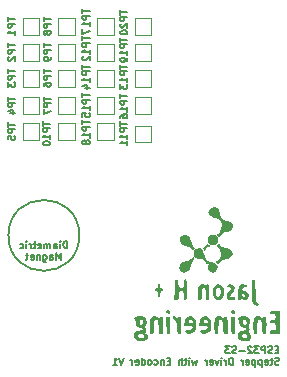
<source format=gbr>
%TF.GenerationSoftware,KiCad,Pcbnew,(6.0.7)*%
%TF.CreationDate,2025-06-09T21:53:25+08:00*%
%TF.ProjectId,ESP32-S3-MINI-1-N8_V6,45535033-322d-4533-932d-4d494e492d31,rev?*%
%TF.SameCoordinates,PX6a24da0PY78114e0*%
%TF.FileFunction,Legend,Bot*%
%TF.FilePolarity,Positive*%
%FSLAX46Y46*%
G04 Gerber Fmt 4.6, Leading zero omitted, Abs format (unit mm)*
G04 Created by KiCad (PCBNEW (6.0.7)) date 2025-06-09 21:53:25*
%MOMM*%
%LPD*%
G01*
G04 APERTURE LIST*
%ADD10C,0.150000*%
%ADD11C,0.120000*%
G04 APERTURE END LIST*
D10*
X24000000Y21000000D02*
G75*
G03*
X24000000Y21000000I-3000000J0D01*
G01*
X22985714Y19911572D02*
X22985714Y20511572D01*
X22842857Y20511572D01*
X22757142Y20483000D01*
X22700000Y20425858D01*
X22671428Y20368715D01*
X22642857Y20254429D01*
X22642857Y20168715D01*
X22671428Y20054429D01*
X22700000Y19997286D01*
X22757142Y19940143D01*
X22842857Y19911572D01*
X22985714Y19911572D01*
X22385714Y19911572D02*
X22385714Y20311572D01*
X22385714Y20511572D02*
X22414285Y20483000D01*
X22385714Y20454429D01*
X22357142Y20483000D01*
X22385714Y20511572D01*
X22385714Y20454429D01*
X21842857Y19911572D02*
X21842857Y20225858D01*
X21871428Y20283000D01*
X21928571Y20311572D01*
X22042857Y20311572D01*
X22100000Y20283000D01*
X21842857Y19940143D02*
X21900000Y19911572D01*
X22042857Y19911572D01*
X22100000Y19940143D01*
X22128571Y19997286D01*
X22128571Y20054429D01*
X22100000Y20111572D01*
X22042857Y20140143D01*
X21900000Y20140143D01*
X21842857Y20168715D01*
X21557142Y19911572D02*
X21557142Y20311572D01*
X21557142Y20254429D02*
X21528571Y20283000D01*
X21471428Y20311572D01*
X21385714Y20311572D01*
X21328571Y20283000D01*
X21300000Y20225858D01*
X21300000Y19911572D01*
X21300000Y20225858D02*
X21271428Y20283000D01*
X21214285Y20311572D01*
X21128571Y20311572D01*
X21071428Y20283000D01*
X21042857Y20225858D01*
X21042857Y19911572D01*
X20528571Y19940143D02*
X20585714Y19911572D01*
X20700000Y19911572D01*
X20757142Y19940143D01*
X20785714Y19997286D01*
X20785714Y20225858D01*
X20757142Y20283000D01*
X20700000Y20311572D01*
X20585714Y20311572D01*
X20528571Y20283000D01*
X20500000Y20225858D01*
X20500000Y20168715D01*
X20785714Y20111572D01*
X20328571Y20311572D02*
X20100000Y20311572D01*
X20242857Y20511572D02*
X20242857Y19997286D01*
X20214285Y19940143D01*
X20157142Y19911572D01*
X20100000Y19911572D01*
X19900000Y19911572D02*
X19900000Y20311572D01*
X19900000Y20197286D02*
X19871428Y20254429D01*
X19842857Y20283000D01*
X19785714Y20311572D01*
X19728571Y20311572D01*
X19528571Y19911572D02*
X19528571Y20311572D01*
X19528571Y20511572D02*
X19557142Y20483000D01*
X19528571Y20454429D01*
X19500000Y20483000D01*
X19528571Y20511572D01*
X19528571Y20454429D01*
X18985714Y19940143D02*
X19042857Y19911572D01*
X19157142Y19911572D01*
X19214285Y19940143D01*
X19242857Y19968715D01*
X19271428Y20025858D01*
X19271428Y20197286D01*
X19242857Y20254429D01*
X19214285Y20283000D01*
X19157142Y20311572D01*
X19042857Y20311572D01*
X18985714Y20283000D01*
X22442857Y18945572D02*
X22442857Y19545572D01*
X22242857Y19117000D01*
X22042857Y19545572D01*
X22042857Y18945572D01*
X21500000Y18945572D02*
X21500000Y19259858D01*
X21528571Y19317000D01*
X21585714Y19345572D01*
X21700000Y19345572D01*
X21757142Y19317000D01*
X21500000Y18974143D02*
X21557142Y18945572D01*
X21700000Y18945572D01*
X21757142Y18974143D01*
X21785714Y19031286D01*
X21785714Y19088429D01*
X21757142Y19145572D01*
X21700000Y19174143D01*
X21557142Y19174143D01*
X21500000Y19202715D01*
X20957142Y19345572D02*
X20957142Y18859858D01*
X20985714Y18802715D01*
X21014285Y18774143D01*
X21071428Y18745572D01*
X21157142Y18745572D01*
X21214285Y18774143D01*
X20957142Y18974143D02*
X21014285Y18945572D01*
X21128571Y18945572D01*
X21185714Y18974143D01*
X21214285Y19002715D01*
X21242857Y19059858D01*
X21242857Y19231286D01*
X21214285Y19288429D01*
X21185714Y19317000D01*
X21128571Y19345572D01*
X21014285Y19345572D01*
X20957142Y19317000D01*
X20671428Y19345572D02*
X20671428Y18945572D01*
X20671428Y19288429D02*
X20642857Y19317000D01*
X20585714Y19345572D01*
X20500000Y19345572D01*
X20442857Y19317000D01*
X20414285Y19259858D01*
X20414285Y18945572D01*
X19900000Y18974143D02*
X19957142Y18945572D01*
X20071428Y18945572D01*
X20128571Y18974143D01*
X20157142Y19031286D01*
X20157142Y19259858D01*
X20128571Y19317000D01*
X20071428Y19345572D01*
X19957142Y19345572D01*
X19900000Y19317000D01*
X19871428Y19259858D01*
X19871428Y19202715D01*
X20157142Y19145572D01*
X19700000Y19345572D02*
X19471428Y19345572D01*
X19614285Y19545572D02*
X19614285Y19031286D01*
X19585714Y18974143D01*
X19528571Y18945572D01*
X19471428Y18945572D01*
X40859642Y11325858D02*
X40659642Y11325858D01*
X40573928Y11011572D02*
X40859642Y11011572D01*
X40859642Y11611572D01*
X40573928Y11611572D01*
X40345357Y11040143D02*
X40259642Y11011572D01*
X40116785Y11011572D01*
X40059642Y11040143D01*
X40031071Y11068715D01*
X40002500Y11125858D01*
X40002500Y11183000D01*
X40031071Y11240143D01*
X40059642Y11268715D01*
X40116785Y11297286D01*
X40231071Y11325858D01*
X40288214Y11354429D01*
X40316785Y11383000D01*
X40345357Y11440143D01*
X40345357Y11497286D01*
X40316785Y11554429D01*
X40288214Y11583000D01*
X40231071Y11611572D01*
X40088214Y11611572D01*
X40002500Y11583000D01*
X39745357Y11011572D02*
X39745357Y11611572D01*
X39516785Y11611572D01*
X39459642Y11583000D01*
X39431071Y11554429D01*
X39402500Y11497286D01*
X39402500Y11411572D01*
X39431071Y11354429D01*
X39459642Y11325858D01*
X39516785Y11297286D01*
X39745357Y11297286D01*
X39202500Y11611572D02*
X38831071Y11611572D01*
X39031071Y11383000D01*
X38945357Y11383000D01*
X38888214Y11354429D01*
X38859642Y11325858D01*
X38831071Y11268715D01*
X38831071Y11125858D01*
X38859642Y11068715D01*
X38888214Y11040143D01*
X38945357Y11011572D01*
X39116785Y11011572D01*
X39173928Y11040143D01*
X39202500Y11068715D01*
X38602500Y11554429D02*
X38573928Y11583000D01*
X38516785Y11611572D01*
X38373928Y11611572D01*
X38316785Y11583000D01*
X38288214Y11554429D01*
X38259642Y11497286D01*
X38259642Y11440143D01*
X38288214Y11354429D01*
X38631071Y11011572D01*
X38259642Y11011572D01*
X38002500Y11240143D02*
X37545357Y11240143D01*
X37288214Y11040143D02*
X37202500Y11011572D01*
X37059642Y11011572D01*
X37002500Y11040143D01*
X36973928Y11068715D01*
X36945357Y11125858D01*
X36945357Y11183000D01*
X36973928Y11240143D01*
X37002500Y11268715D01*
X37059642Y11297286D01*
X37173928Y11325858D01*
X37231071Y11354429D01*
X37259642Y11383000D01*
X37288214Y11440143D01*
X37288214Y11497286D01*
X37259642Y11554429D01*
X37231071Y11583000D01*
X37173928Y11611572D01*
X37031071Y11611572D01*
X36945357Y11583000D01*
X36745357Y11611572D02*
X36373928Y11611572D01*
X36573928Y11383000D01*
X36488214Y11383000D01*
X36431071Y11354429D01*
X36402500Y11325858D01*
X36373928Y11268715D01*
X36373928Y11125858D01*
X36402500Y11068715D01*
X36431071Y11040143D01*
X36488214Y11011572D01*
X36659642Y11011572D01*
X36716785Y11040143D01*
X36745357Y11068715D01*
X40888214Y10074143D02*
X40802500Y10045572D01*
X40659642Y10045572D01*
X40602500Y10074143D01*
X40573928Y10102715D01*
X40545357Y10159858D01*
X40545357Y10217000D01*
X40573928Y10274143D01*
X40602500Y10302715D01*
X40659642Y10331286D01*
X40773928Y10359858D01*
X40831071Y10388429D01*
X40859642Y10417000D01*
X40888214Y10474143D01*
X40888214Y10531286D01*
X40859642Y10588429D01*
X40831071Y10617000D01*
X40773928Y10645572D01*
X40631071Y10645572D01*
X40545357Y10617000D01*
X40373928Y10445572D02*
X40145357Y10445572D01*
X40288214Y10645572D02*
X40288214Y10131286D01*
X40259642Y10074143D01*
X40202500Y10045572D01*
X40145357Y10045572D01*
X39716785Y10074143D02*
X39773928Y10045572D01*
X39888214Y10045572D01*
X39945357Y10074143D01*
X39973928Y10131286D01*
X39973928Y10359858D01*
X39945357Y10417000D01*
X39888214Y10445572D01*
X39773928Y10445572D01*
X39716785Y10417000D01*
X39688214Y10359858D01*
X39688214Y10302715D01*
X39973928Y10245572D01*
X39431071Y10445572D02*
X39431071Y9845572D01*
X39431071Y10417000D02*
X39373928Y10445572D01*
X39259642Y10445572D01*
X39202500Y10417000D01*
X39173928Y10388429D01*
X39145357Y10331286D01*
X39145357Y10159858D01*
X39173928Y10102715D01*
X39202500Y10074143D01*
X39259642Y10045572D01*
X39373928Y10045572D01*
X39431071Y10074143D01*
X38888214Y10445572D02*
X38888214Y9845572D01*
X38888214Y10417000D02*
X38831071Y10445572D01*
X38716785Y10445572D01*
X38659642Y10417000D01*
X38631071Y10388429D01*
X38602500Y10331286D01*
X38602500Y10159858D01*
X38631071Y10102715D01*
X38659642Y10074143D01*
X38716785Y10045572D01*
X38831071Y10045572D01*
X38888214Y10074143D01*
X38116785Y10074143D02*
X38173928Y10045572D01*
X38288214Y10045572D01*
X38345357Y10074143D01*
X38373928Y10131286D01*
X38373928Y10359858D01*
X38345357Y10417000D01*
X38288214Y10445572D01*
X38173928Y10445572D01*
X38116785Y10417000D01*
X38088214Y10359858D01*
X38088214Y10302715D01*
X38373928Y10245572D01*
X37831071Y10045572D02*
X37831071Y10445572D01*
X37831071Y10331286D02*
X37802500Y10388429D01*
X37773928Y10417000D01*
X37716785Y10445572D01*
X37659642Y10445572D01*
X37002500Y10045572D02*
X37002500Y10645572D01*
X36859642Y10645572D01*
X36773928Y10617000D01*
X36716785Y10559858D01*
X36688214Y10502715D01*
X36659642Y10388429D01*
X36659642Y10302715D01*
X36688214Y10188429D01*
X36716785Y10131286D01*
X36773928Y10074143D01*
X36859642Y10045572D01*
X37002500Y10045572D01*
X36402500Y10045572D02*
X36402500Y10445572D01*
X36402500Y10331286D02*
X36373928Y10388429D01*
X36345357Y10417000D01*
X36288214Y10445572D01*
X36231071Y10445572D01*
X36031071Y10045572D02*
X36031071Y10445572D01*
X36031071Y10645572D02*
X36059642Y10617000D01*
X36031071Y10588429D01*
X36002500Y10617000D01*
X36031071Y10645572D01*
X36031071Y10588429D01*
X35802500Y10445572D02*
X35659642Y10045572D01*
X35516785Y10445572D01*
X35059642Y10074143D02*
X35116785Y10045572D01*
X35231071Y10045572D01*
X35288214Y10074143D01*
X35316785Y10131286D01*
X35316785Y10359858D01*
X35288214Y10417000D01*
X35231071Y10445572D01*
X35116785Y10445572D01*
X35059642Y10417000D01*
X35031071Y10359858D01*
X35031071Y10302715D01*
X35316785Y10245572D01*
X34773928Y10045572D02*
X34773928Y10445572D01*
X34773928Y10331286D02*
X34745357Y10388429D01*
X34716785Y10417000D01*
X34659642Y10445572D01*
X34602500Y10445572D01*
X34002500Y10445572D02*
X33888214Y10045572D01*
X33773928Y10331286D01*
X33659642Y10045572D01*
X33545357Y10445572D01*
X33316785Y10045572D02*
X33316785Y10445572D01*
X33316785Y10645572D02*
X33345357Y10617000D01*
X33316785Y10588429D01*
X33288214Y10617000D01*
X33316785Y10645572D01*
X33316785Y10588429D01*
X33116785Y10445572D02*
X32888214Y10445572D01*
X33031071Y10645572D02*
X33031071Y10131286D01*
X33002500Y10074143D01*
X32945357Y10045572D01*
X32888214Y10045572D01*
X32688214Y10045572D02*
X32688214Y10645572D01*
X32431071Y10045572D02*
X32431071Y10359858D01*
X32459642Y10417000D01*
X32516785Y10445572D01*
X32602500Y10445572D01*
X32659642Y10417000D01*
X32688214Y10388429D01*
X31688214Y10359858D02*
X31488214Y10359858D01*
X31402500Y10045572D02*
X31688214Y10045572D01*
X31688214Y10645572D01*
X31402500Y10645572D01*
X31145357Y10445572D02*
X31145357Y10045572D01*
X31145357Y10388429D02*
X31116785Y10417000D01*
X31059642Y10445572D01*
X30973928Y10445572D01*
X30916785Y10417000D01*
X30888214Y10359858D01*
X30888214Y10045572D01*
X30345357Y10074143D02*
X30402500Y10045572D01*
X30516785Y10045572D01*
X30573928Y10074143D01*
X30602500Y10102715D01*
X30631071Y10159858D01*
X30631071Y10331286D01*
X30602500Y10388429D01*
X30573928Y10417000D01*
X30516785Y10445572D01*
X30402500Y10445572D01*
X30345357Y10417000D01*
X30002500Y10045572D02*
X30059642Y10074143D01*
X30088214Y10102715D01*
X30116785Y10159858D01*
X30116785Y10331286D01*
X30088214Y10388429D01*
X30059642Y10417000D01*
X30002500Y10445572D01*
X29916785Y10445572D01*
X29859642Y10417000D01*
X29831071Y10388429D01*
X29802500Y10331286D01*
X29802500Y10159858D01*
X29831071Y10102715D01*
X29859642Y10074143D01*
X29916785Y10045572D01*
X30002500Y10045572D01*
X29288214Y10045572D02*
X29288214Y10645572D01*
X29288214Y10074143D02*
X29345357Y10045572D01*
X29459642Y10045572D01*
X29516785Y10074143D01*
X29545357Y10102715D01*
X29573928Y10159858D01*
X29573928Y10331286D01*
X29545357Y10388429D01*
X29516785Y10417000D01*
X29459642Y10445572D01*
X29345357Y10445572D01*
X29288214Y10417000D01*
X28773928Y10074143D02*
X28831071Y10045572D01*
X28945357Y10045572D01*
X29002500Y10074143D01*
X29031071Y10131286D01*
X29031071Y10359858D01*
X29002500Y10417000D01*
X28945357Y10445572D01*
X28831071Y10445572D01*
X28773928Y10417000D01*
X28745357Y10359858D01*
X28745357Y10302715D01*
X29031071Y10245572D01*
X28488214Y10045572D02*
X28488214Y10445572D01*
X28488214Y10331286D02*
X28459642Y10388429D01*
X28431071Y10417000D01*
X28373928Y10445572D01*
X28316785Y10445572D01*
X27745357Y10645572D02*
X27545357Y10045572D01*
X27345357Y10645572D01*
X26831071Y10045572D02*
X27173928Y10045572D01*
X27002500Y10045572D02*
X27002500Y10645572D01*
X27059642Y10559858D01*
X27116785Y10502715D01*
X27173928Y10474143D01*
%TO.C,TP2*%
X17971428Y37257143D02*
X17971428Y36914286D01*
X18571428Y37085715D02*
X17971428Y37085715D01*
X18571428Y36714286D02*
X17971428Y36714286D01*
X17971428Y36485715D01*
X18000000Y36428572D01*
X18028571Y36400000D01*
X18085714Y36371429D01*
X18171428Y36371429D01*
X18228571Y36400000D01*
X18257142Y36428572D01*
X18285714Y36485715D01*
X18285714Y36714286D01*
X18028571Y36142858D02*
X18000000Y36114286D01*
X17971428Y36057143D01*
X17971428Y35914286D01*
X18000000Y35857143D01*
X18028571Y35828572D01*
X18085714Y35800000D01*
X18142857Y35800000D01*
X18228571Y35828572D01*
X18571428Y36171429D01*
X18571428Y35800000D01*
%TO.C,TP10*%
X20923428Y30642858D02*
X20923428Y30300000D01*
X21523428Y30471429D02*
X20923428Y30471429D01*
X21523428Y30100000D02*
X20923428Y30100000D01*
X20923428Y29871429D01*
X20952000Y29814286D01*
X20980571Y29785715D01*
X21037714Y29757143D01*
X21123428Y29757143D01*
X21180571Y29785715D01*
X21209142Y29814286D01*
X21237714Y29871429D01*
X21237714Y30100000D01*
X21523428Y29185715D02*
X21523428Y29528572D01*
X21523428Y29357143D02*
X20923428Y29357143D01*
X21009142Y29414286D01*
X21066285Y29471429D01*
X21094857Y29528572D01*
X20923428Y28814286D02*
X20923428Y28757143D01*
X20952000Y28700000D01*
X20980571Y28671429D01*
X21037714Y28642858D01*
X21152000Y28614286D01*
X21294857Y28614286D01*
X21409142Y28642858D01*
X21466285Y28671429D01*
X21494857Y28700000D01*
X21523428Y28757143D01*
X21523428Y28814286D01*
X21494857Y28871429D01*
X21466285Y28900000D01*
X21409142Y28928572D01*
X21294857Y28957143D01*
X21152000Y28957143D01*
X21037714Y28928572D01*
X20980571Y28900000D01*
X20952000Y28871429D01*
X20923428Y28814286D01*
%TO.C,TP4*%
X17971428Y32757143D02*
X17971428Y32414286D01*
X18571428Y32585715D02*
X17971428Y32585715D01*
X18571428Y32214286D02*
X17971428Y32214286D01*
X17971428Y31985715D01*
X18000000Y31928572D01*
X18028571Y31900000D01*
X18085714Y31871429D01*
X18171428Y31871429D01*
X18228571Y31900000D01*
X18257142Y31928572D01*
X18285714Y31985715D01*
X18285714Y32214286D01*
X18171428Y31357143D02*
X18571428Y31357143D01*
X17942857Y31500000D02*
X18371428Y31642858D01*
X18371428Y31271429D01*
%TO.C,TP9*%
X20971428Y37257143D02*
X20971428Y36914286D01*
X21571428Y37085715D02*
X20971428Y37085715D01*
X21571428Y36714286D02*
X20971428Y36714286D01*
X20971428Y36485715D01*
X21000000Y36428572D01*
X21028571Y36400000D01*
X21085714Y36371429D01*
X21171428Y36371429D01*
X21228571Y36400000D01*
X21257142Y36428572D01*
X21285714Y36485715D01*
X21285714Y36714286D01*
X21571428Y36085715D02*
X21571428Y35971429D01*
X21542857Y35914286D01*
X21514285Y35885715D01*
X21428571Y35828572D01*
X21314285Y35800000D01*
X21085714Y35800000D01*
X21028571Y35828572D01*
X21000000Y35857143D01*
X20971428Y35914286D01*
X20971428Y36028572D01*
X21000000Y36085715D01*
X21028571Y36114286D01*
X21085714Y36142858D01*
X21228571Y36142858D01*
X21285714Y36114286D01*
X21314285Y36085715D01*
X21342857Y36028572D01*
X21342857Y35914286D01*
X21314285Y35857143D01*
X21285714Y35828572D01*
X21228571Y35800000D01*
%TO.C,TP1*%
X17971428Y39457143D02*
X17971428Y39114286D01*
X18571428Y39285715D02*
X17971428Y39285715D01*
X18571428Y38914286D02*
X17971428Y38914286D01*
X17971428Y38685715D01*
X18000000Y38628572D01*
X18028571Y38600000D01*
X18085714Y38571429D01*
X18171428Y38571429D01*
X18228571Y38600000D01*
X18257142Y38628572D01*
X18285714Y38685715D01*
X18285714Y38914286D01*
X18571428Y38000000D02*
X18571428Y38342858D01*
X18571428Y38171429D02*
X17971428Y38171429D01*
X18057142Y38228572D01*
X18114285Y38285715D01*
X18142857Y38342858D01*
%TO.C,TP5*%
X17971428Y30557143D02*
X17971428Y30214286D01*
X18571428Y30385715D02*
X17971428Y30385715D01*
X18571428Y30014286D02*
X17971428Y30014286D01*
X17971428Y29785715D01*
X18000000Y29728572D01*
X18028571Y29700000D01*
X18085714Y29671429D01*
X18171428Y29671429D01*
X18228571Y29700000D01*
X18257142Y29728572D01*
X18285714Y29785715D01*
X18285714Y30014286D01*
X17971428Y29128572D02*
X17971428Y29414286D01*
X18257142Y29442858D01*
X18228571Y29414286D01*
X18200000Y29357143D01*
X18200000Y29214286D01*
X18228571Y29157143D01*
X18257142Y29128572D01*
X18314285Y29100000D01*
X18457142Y29100000D01*
X18514285Y29128572D01*
X18542857Y29157143D01*
X18571428Y29214286D01*
X18571428Y29357143D01*
X18542857Y29414286D01*
X18514285Y29442858D01*
%TO.C,TP12*%
X24271428Y37842858D02*
X24271428Y37500000D01*
X24871428Y37671429D02*
X24271428Y37671429D01*
X24871428Y37300000D02*
X24271428Y37300000D01*
X24271428Y37071429D01*
X24300000Y37014286D01*
X24328571Y36985715D01*
X24385714Y36957143D01*
X24471428Y36957143D01*
X24528571Y36985715D01*
X24557142Y37014286D01*
X24585714Y37071429D01*
X24585714Y37300000D01*
X24871428Y36385715D02*
X24871428Y36728572D01*
X24871428Y36557143D02*
X24271428Y36557143D01*
X24357142Y36614286D01*
X24414285Y36671429D01*
X24442857Y36728572D01*
X24328571Y36157143D02*
X24300000Y36128572D01*
X24271428Y36071429D01*
X24271428Y35928572D01*
X24300000Y35871429D01*
X24328571Y35842858D01*
X24385714Y35814286D01*
X24442857Y35814286D01*
X24528571Y35842858D01*
X24871428Y36185715D01*
X24871428Y35814286D01*
%TO.C,TP13*%
X27471428Y35442858D02*
X27471428Y35100000D01*
X28071428Y35271429D02*
X27471428Y35271429D01*
X28071428Y34900000D02*
X27471428Y34900000D01*
X27471428Y34671429D01*
X27500000Y34614286D01*
X27528571Y34585715D01*
X27585714Y34557143D01*
X27671428Y34557143D01*
X27728571Y34585715D01*
X27757142Y34614286D01*
X27785714Y34671429D01*
X27785714Y34900000D01*
X28071428Y33985715D02*
X28071428Y34328572D01*
X28071428Y34157143D02*
X27471428Y34157143D01*
X27557142Y34214286D01*
X27614285Y34271429D01*
X27642857Y34328572D01*
X27471428Y33785715D02*
X27471428Y33414286D01*
X27700000Y33614286D01*
X27700000Y33528572D01*
X27728571Y33471429D01*
X27757142Y33442858D01*
X27814285Y33414286D01*
X27957142Y33414286D01*
X28014285Y33442858D01*
X28042857Y33471429D01*
X28071428Y33528572D01*
X28071428Y33700000D01*
X28042857Y33757143D01*
X28014285Y33785715D01*
%TO.C,TP16*%
X27471428Y32942858D02*
X27471428Y32600000D01*
X28071428Y32771429D02*
X27471428Y32771429D01*
X28071428Y32400000D02*
X27471428Y32400000D01*
X27471428Y32171429D01*
X27500000Y32114286D01*
X27528571Y32085715D01*
X27585714Y32057143D01*
X27671428Y32057143D01*
X27728571Y32085715D01*
X27757142Y32114286D01*
X27785714Y32171429D01*
X27785714Y32400000D01*
X28071428Y31485715D02*
X28071428Y31828572D01*
X28071428Y31657143D02*
X27471428Y31657143D01*
X27557142Y31714286D01*
X27614285Y31771429D01*
X27642857Y31828572D01*
X27471428Y30971429D02*
X27471428Y31085715D01*
X27500000Y31142858D01*
X27528571Y31171429D01*
X27614285Y31228572D01*
X27728571Y31257143D01*
X27957142Y31257143D01*
X28014285Y31228572D01*
X28042857Y31200000D01*
X28071428Y31142858D01*
X28071428Y31028572D01*
X28042857Y30971429D01*
X28014285Y30942858D01*
X27957142Y30914286D01*
X27814285Y30914286D01*
X27757142Y30942858D01*
X27728571Y30971429D01*
X27700000Y31028572D01*
X27700000Y31142858D01*
X27728571Y31200000D01*
X27757142Y31228572D01*
X27814285Y31257143D01*
%TO.C,TP14*%
X24271428Y35442858D02*
X24271428Y35100000D01*
X24871428Y35271429D02*
X24271428Y35271429D01*
X24871428Y34900000D02*
X24271428Y34900000D01*
X24271428Y34671429D01*
X24300000Y34614286D01*
X24328571Y34585715D01*
X24385714Y34557143D01*
X24471428Y34557143D01*
X24528571Y34585715D01*
X24557142Y34614286D01*
X24585714Y34671429D01*
X24585714Y34900000D01*
X24871428Y33985715D02*
X24871428Y34328572D01*
X24871428Y34157143D02*
X24271428Y34157143D01*
X24357142Y34214286D01*
X24414285Y34271429D01*
X24442857Y34328572D01*
X24471428Y33471429D02*
X24871428Y33471429D01*
X24242857Y33614286D02*
X24671428Y33757143D01*
X24671428Y33385715D01*
%TO.C,TP17*%
X24271428Y40142858D02*
X24271428Y39800000D01*
X24871428Y39971429D02*
X24271428Y39971429D01*
X24871428Y39600000D02*
X24271428Y39600000D01*
X24271428Y39371429D01*
X24300000Y39314286D01*
X24328571Y39285715D01*
X24385714Y39257143D01*
X24471428Y39257143D01*
X24528571Y39285715D01*
X24557142Y39314286D01*
X24585714Y39371429D01*
X24585714Y39600000D01*
X24871428Y38685715D02*
X24871428Y39028572D01*
X24871428Y38857143D02*
X24271428Y38857143D01*
X24357142Y38914286D01*
X24414285Y38971429D01*
X24442857Y39028572D01*
X24271428Y38485715D02*
X24271428Y38085715D01*
X24871428Y38342858D01*
%TO.C,TP18*%
X24271428Y30742858D02*
X24271428Y30400000D01*
X24871428Y30571429D02*
X24271428Y30571429D01*
X24871428Y30200000D02*
X24271428Y30200000D01*
X24271428Y29971429D01*
X24300000Y29914286D01*
X24328571Y29885715D01*
X24385714Y29857143D01*
X24471428Y29857143D01*
X24528571Y29885715D01*
X24557142Y29914286D01*
X24585714Y29971429D01*
X24585714Y30200000D01*
X24871428Y29285715D02*
X24871428Y29628572D01*
X24871428Y29457143D02*
X24271428Y29457143D01*
X24357142Y29514286D01*
X24414285Y29571429D01*
X24442857Y29628572D01*
X24528571Y28942858D02*
X24500000Y29000000D01*
X24471428Y29028572D01*
X24414285Y29057143D01*
X24385714Y29057143D01*
X24328571Y29028572D01*
X24300000Y29000000D01*
X24271428Y28942858D01*
X24271428Y28828572D01*
X24300000Y28771429D01*
X24328571Y28742858D01*
X24385714Y28714286D01*
X24414285Y28714286D01*
X24471428Y28742858D01*
X24500000Y28771429D01*
X24528571Y28828572D01*
X24528571Y28942858D01*
X24557142Y29000000D01*
X24585714Y29028572D01*
X24642857Y29057143D01*
X24757142Y29057143D01*
X24814285Y29028572D01*
X24842857Y29000000D01*
X24871428Y28942858D01*
X24871428Y28828572D01*
X24842857Y28771429D01*
X24814285Y28742858D01*
X24757142Y28714286D01*
X24642857Y28714286D01*
X24585714Y28742858D01*
X24557142Y28771429D01*
X24528571Y28828572D01*
%TO.C,TP15*%
X24271428Y33042858D02*
X24271428Y32700000D01*
X24871428Y32871429D02*
X24271428Y32871429D01*
X24871428Y32500000D02*
X24271428Y32500000D01*
X24271428Y32271429D01*
X24300000Y32214286D01*
X24328571Y32185715D01*
X24385714Y32157143D01*
X24471428Y32157143D01*
X24528571Y32185715D01*
X24557142Y32214286D01*
X24585714Y32271429D01*
X24585714Y32500000D01*
X24871428Y31585715D02*
X24871428Y31928572D01*
X24871428Y31757143D02*
X24271428Y31757143D01*
X24357142Y31814286D01*
X24414285Y31871429D01*
X24442857Y31928572D01*
X24271428Y31042858D02*
X24271428Y31328572D01*
X24557142Y31357143D01*
X24528571Y31328572D01*
X24500000Y31271429D01*
X24500000Y31128572D01*
X24528571Y31071429D01*
X24557142Y31042858D01*
X24614285Y31014286D01*
X24757142Y31014286D01*
X24814285Y31042858D01*
X24842857Y31071429D01*
X24871428Y31128572D01*
X24871428Y31271429D01*
X24842857Y31328572D01*
X24814285Y31357143D01*
%TO.C,TP6*%
X20971428Y35057143D02*
X20971428Y34714286D01*
X21571428Y34885715D02*
X20971428Y34885715D01*
X21571428Y34514286D02*
X20971428Y34514286D01*
X20971428Y34285715D01*
X21000000Y34228572D01*
X21028571Y34200000D01*
X21085714Y34171429D01*
X21171428Y34171429D01*
X21228571Y34200000D01*
X21257142Y34228572D01*
X21285714Y34285715D01*
X21285714Y34514286D01*
X20971428Y33657143D02*
X20971428Y33771429D01*
X21000000Y33828572D01*
X21028571Y33857143D01*
X21114285Y33914286D01*
X21228571Y33942858D01*
X21457142Y33942858D01*
X21514285Y33914286D01*
X21542857Y33885715D01*
X21571428Y33828572D01*
X21571428Y33714286D01*
X21542857Y33657143D01*
X21514285Y33628572D01*
X21457142Y33600000D01*
X21314285Y33600000D01*
X21257142Y33628572D01*
X21228571Y33657143D01*
X21200000Y33714286D01*
X21200000Y33828572D01*
X21228571Y33885715D01*
X21257142Y33914286D01*
X21314285Y33942858D01*
%TO.C,TP8*%
X20971428Y39457143D02*
X20971428Y39114286D01*
X21571428Y39285715D02*
X20971428Y39285715D01*
X21571428Y38914286D02*
X20971428Y38914286D01*
X20971428Y38685715D01*
X21000000Y38628572D01*
X21028571Y38600000D01*
X21085714Y38571429D01*
X21171428Y38571429D01*
X21228571Y38600000D01*
X21257142Y38628572D01*
X21285714Y38685715D01*
X21285714Y38914286D01*
X21228571Y38228572D02*
X21200000Y38285715D01*
X21171428Y38314286D01*
X21114285Y38342858D01*
X21085714Y38342858D01*
X21028571Y38314286D01*
X21000000Y38285715D01*
X20971428Y38228572D01*
X20971428Y38114286D01*
X21000000Y38057143D01*
X21028571Y38028572D01*
X21085714Y38000000D01*
X21114285Y38000000D01*
X21171428Y38028572D01*
X21200000Y38057143D01*
X21228571Y38114286D01*
X21228571Y38228572D01*
X21257142Y38285715D01*
X21285714Y38314286D01*
X21342857Y38342858D01*
X21457142Y38342858D01*
X21514285Y38314286D01*
X21542857Y38285715D01*
X21571428Y38228572D01*
X21571428Y38114286D01*
X21542857Y38057143D01*
X21514285Y38028572D01*
X21457142Y38000000D01*
X21342857Y38000000D01*
X21285714Y38028572D01*
X21257142Y38057143D01*
X21228571Y38114286D01*
%TO.C,TP19*%
X27471428Y37742858D02*
X27471428Y37400000D01*
X28071428Y37571429D02*
X27471428Y37571429D01*
X28071428Y37200000D02*
X27471428Y37200000D01*
X27471428Y36971429D01*
X27500000Y36914286D01*
X27528571Y36885715D01*
X27585714Y36857143D01*
X27671428Y36857143D01*
X27728571Y36885715D01*
X27757142Y36914286D01*
X27785714Y36971429D01*
X27785714Y37200000D01*
X28071428Y36285715D02*
X28071428Y36628572D01*
X28071428Y36457143D02*
X27471428Y36457143D01*
X27557142Y36514286D01*
X27614285Y36571429D01*
X27642857Y36628572D01*
X28071428Y36000000D02*
X28071428Y35885715D01*
X28042857Y35828572D01*
X28014285Y35800000D01*
X27928571Y35742858D01*
X27814285Y35714286D01*
X27585714Y35714286D01*
X27528571Y35742858D01*
X27500000Y35771429D01*
X27471428Y35828572D01*
X27471428Y35942858D01*
X27500000Y36000000D01*
X27528571Y36028572D01*
X27585714Y36057143D01*
X27728571Y36057143D01*
X27785714Y36028572D01*
X27814285Y36000000D01*
X27842857Y35942858D01*
X27842857Y35828572D01*
X27814285Y35771429D01*
X27785714Y35742858D01*
X27728571Y35714286D01*
%TO.C,TP20*%
X27471428Y40042858D02*
X27471428Y39700000D01*
X28071428Y39871429D02*
X27471428Y39871429D01*
X28071428Y39500000D02*
X27471428Y39500000D01*
X27471428Y39271429D01*
X27500000Y39214286D01*
X27528571Y39185715D01*
X27585714Y39157143D01*
X27671428Y39157143D01*
X27728571Y39185715D01*
X27757142Y39214286D01*
X27785714Y39271429D01*
X27785714Y39500000D01*
X27528571Y38928572D02*
X27500000Y38900000D01*
X27471428Y38842858D01*
X27471428Y38700000D01*
X27500000Y38642858D01*
X27528571Y38614286D01*
X27585714Y38585715D01*
X27642857Y38585715D01*
X27728571Y38614286D01*
X28071428Y38957143D01*
X28071428Y38585715D01*
X27471428Y38214286D02*
X27471428Y38157143D01*
X27500000Y38100000D01*
X27528571Y38071429D01*
X27585714Y38042858D01*
X27700000Y38014286D01*
X27842857Y38014286D01*
X27957142Y38042858D01*
X28014285Y38071429D01*
X28042857Y38100000D01*
X28071428Y38157143D01*
X28071428Y38214286D01*
X28042857Y38271429D01*
X28014285Y38300000D01*
X27957142Y38328572D01*
X27842857Y38357143D01*
X27700000Y38357143D01*
X27585714Y38328572D01*
X27528571Y38300000D01*
X27500000Y38271429D01*
X27471428Y38214286D01*
%TO.C,TP11*%
X27471428Y30642858D02*
X27471428Y30300000D01*
X28071428Y30471429D02*
X27471428Y30471429D01*
X28071428Y30100000D02*
X27471428Y30100000D01*
X27471428Y29871429D01*
X27500000Y29814286D01*
X27528571Y29785715D01*
X27585714Y29757143D01*
X27671428Y29757143D01*
X27728571Y29785715D01*
X27757142Y29814286D01*
X27785714Y29871429D01*
X27785714Y30100000D01*
X28071428Y29185715D02*
X28071428Y29528572D01*
X28071428Y29357143D02*
X27471428Y29357143D01*
X27557142Y29414286D01*
X27614285Y29471429D01*
X27642857Y29528572D01*
X28071428Y28614286D02*
X28071428Y28957143D01*
X28071428Y28785715D02*
X27471428Y28785715D01*
X27557142Y28842858D01*
X27614285Y28900000D01*
X27642857Y28957143D01*
%TO.C,TP3*%
X17971428Y35057143D02*
X17971428Y34714286D01*
X18571428Y34885715D02*
X17971428Y34885715D01*
X18571428Y34514286D02*
X17971428Y34514286D01*
X17971428Y34285715D01*
X18000000Y34228572D01*
X18028571Y34200000D01*
X18085714Y34171429D01*
X18171428Y34171429D01*
X18228571Y34200000D01*
X18257142Y34228572D01*
X18285714Y34285715D01*
X18285714Y34514286D01*
X17971428Y33971429D02*
X17971428Y33600000D01*
X18200000Y33800000D01*
X18200000Y33714286D01*
X18228571Y33657143D01*
X18257142Y33628572D01*
X18314285Y33600000D01*
X18457142Y33600000D01*
X18514285Y33628572D01*
X18542857Y33657143D01*
X18571428Y33714286D01*
X18571428Y33885715D01*
X18542857Y33942858D01*
X18514285Y33971429D01*
%TO.C,TP7*%
X20971428Y32757143D02*
X20971428Y32414286D01*
X21571428Y32585715D02*
X20971428Y32585715D01*
X21571428Y32214286D02*
X20971428Y32214286D01*
X20971428Y31985715D01*
X21000000Y31928572D01*
X21028571Y31900000D01*
X21085714Y31871429D01*
X21171428Y31871429D01*
X21228571Y31900000D01*
X21257142Y31928572D01*
X21285714Y31985715D01*
X21285714Y32214286D01*
X20971428Y31671429D02*
X20971428Y31271429D01*
X21571428Y31528572D01*
D11*
%TO.C,TP2*%
X19200000Y35800000D02*
X20600000Y35800000D01*
X20600000Y37200000D02*
X19200000Y37200000D01*
X20600000Y35800000D02*
X20600000Y37200000D01*
X19200000Y37200000D02*
X19200000Y35800000D01*
%TO.C,TP10*%
X22200000Y29100000D02*
X23600000Y29100000D01*
X23600000Y29100000D02*
X23600000Y30500000D01*
X23600000Y30500000D02*
X22200000Y30500000D01*
X22200000Y30500000D02*
X22200000Y29100000D01*
%TO.C,TP4*%
X20600000Y32700000D02*
X19200000Y32700000D01*
X19200000Y31300000D02*
X20600000Y31300000D01*
X20600000Y31300000D02*
X20600000Y32700000D01*
X19200000Y32700000D02*
X19200000Y31300000D01*
%TO.C,TP9*%
X23600000Y35800000D02*
X23600000Y37200000D01*
X23600000Y37200000D02*
X22200000Y37200000D01*
X22200000Y37200000D02*
X22200000Y35800000D01*
X22200000Y35800000D02*
X23600000Y35800000D01*
%TO.C,G\u002A\u002A\u002A*%
G36*
X36076062Y14077239D02*
G01*
X36087088Y14067573D01*
X36199951Y13995617D01*
X36254496Y14033840D01*
X36293217Y14081732D01*
X36419659Y14121547D01*
X36430646Y14121372D01*
X36487127Y14106507D01*
X36523208Y14050113D01*
X36543400Y13927496D01*
X36552209Y13713959D01*
X36554144Y13384807D01*
X36554144Y12648066D01*
X36378729Y12648066D01*
X36322455Y12649553D01*
X36254971Y12671682D01*
X36219446Y12744324D01*
X36205641Y12897417D01*
X36203315Y13160899D01*
X36202053Y13264357D01*
X36174084Y13594047D01*
X36111648Y13805457D01*
X36017691Y13892025D01*
X35895162Y13847185D01*
X35865446Y13816029D01*
X35815955Y13701255D01*
X35789902Y13504102D01*
X35782320Y13195921D01*
X35781453Y12985743D01*
X35773351Y12792024D01*
X35749883Y12691590D01*
X35702949Y12656979D01*
X35624447Y12660728D01*
X35541565Y12684620D01*
X35489429Y12750746D01*
X35461127Y12891298D01*
X35444250Y13139226D01*
X35442693Y13468927D01*
X35490754Y13819949D01*
X35594752Y14053955D01*
X35752677Y14164265D01*
X35884758Y14173112D01*
X36076062Y14077239D01*
G37*
G36*
X34337584Y19893672D02*
G01*
X34496597Y19714688D01*
X34596154Y19420604D01*
X34623784Y19293625D01*
X34729855Y19027071D01*
X34896021Y18864264D01*
X35142920Y18781066D01*
X35208656Y18768497D01*
X35495148Y18672351D01*
X35659595Y18524893D01*
X35712155Y18317858D01*
X35680219Y18130811D01*
X35596031Y17968646D01*
X35478402Y17886849D01*
X35291160Y17840331D01*
X35133702Y17870775D01*
X34963896Y17999044D01*
X34870695Y18191838D01*
X34869951Y18410027D01*
X34977518Y18614480D01*
X35044353Y18711644D01*
X35019170Y18752486D01*
X34975804Y18740339D01*
X34895539Y18647237D01*
X34842754Y18566616D01*
X34766530Y18551847D01*
X34729834Y18643259D01*
X34691057Y18737239D01*
X34574819Y18853106D01*
X34543106Y18876213D01*
X34466980Y18965117D01*
X34504653Y19046532D01*
X34545568Y19094449D01*
X34589503Y19187514D01*
X34548360Y19185983D01*
X34449171Y19103315D01*
X34314921Y19011785D01*
X34133425Y18962983D01*
X34041591Y18973903D01*
X33855406Y19075669D01*
X33727902Y19252280D01*
X33672660Y19464226D01*
X33703262Y19671995D01*
X33833292Y19836076D01*
X33896468Y19876237D01*
X34132935Y19950030D01*
X34337584Y19893672D01*
G37*
G36*
X40974586Y12648066D02*
G01*
X40553591Y12648066D01*
X40538835Y12648070D01*
X40311678Y12652288D01*
X40190220Y12673776D01*
X40141511Y12726264D01*
X40132597Y12823481D01*
X40144113Y12926812D01*
X40212101Y12985789D01*
X40378177Y12998895D01*
X40450642Y12999523D01*
X40570417Y13020000D01*
X40616322Y13099859D01*
X40623757Y13279558D01*
X40623208Y13362375D01*
X40605290Y13499262D01*
X40535413Y13551724D01*
X40378177Y13560221D01*
X40267311Y13564808D01*
X40160068Y13603833D01*
X40132597Y13700552D01*
X40140624Y13763904D01*
X40208918Y13825186D01*
X40378177Y13840884D01*
X40396869Y13840914D01*
X40551614Y13854367D01*
X40612895Y13921868D01*
X40623757Y14086464D01*
X40623726Y14105156D01*
X40610274Y14259901D01*
X40542772Y14321182D01*
X40378177Y14332044D01*
X40267311Y14336631D01*
X40160068Y14375656D01*
X40132597Y14472376D01*
X40140336Y14534531D01*
X40191403Y14585094D01*
X40318457Y14607587D01*
X40553591Y14612707D01*
X40974586Y14612707D01*
X40974586Y12648066D01*
G37*
G36*
X35488515Y23403767D02*
G01*
X35715474Y23316666D01*
X35867301Y23127098D01*
X35922652Y22858871D01*
X35924209Y22811690D01*
X36005554Y22539403D01*
X36196883Y22340012D01*
X36479430Y22234556D01*
X36583677Y22210472D01*
X36815401Y22100049D01*
X36981644Y21941595D01*
X37045304Y21765845D01*
X37030668Y21675624D01*
X36921788Y21486760D01*
X36746738Y21338476D01*
X36553619Y21278453D01*
X36320754Y21253520D01*
X36066984Y21146521D01*
X35912316Y20968042D01*
X35833539Y20795145D01*
X35708546Y20949092D01*
X35634896Y21046084D01*
X35626547Y21108096D01*
X35710512Y21150625D01*
X35888169Y21280533D01*
X36015882Y21512392D01*
X36062983Y21804696D01*
X36059765Y21898305D01*
X35990407Y22175408D01*
X35824390Y22354947D01*
X35553526Y22447252D01*
X35407928Y22483818D01*
X35171977Y22604565D01*
X35004199Y22770244D01*
X34940331Y22951468D01*
X34942597Y22991741D01*
X35026896Y23197337D01*
X35203344Y23348195D01*
X35431492Y23406814D01*
X35488515Y23403767D01*
G37*
G36*
X39373852Y14077239D02*
G01*
X39384878Y14067573D01*
X39497741Y13995617D01*
X39552286Y14033840D01*
X39591007Y14081732D01*
X39717449Y14121547D01*
X39777416Y14111301D01*
X39817466Y14062663D01*
X39839925Y13950148D01*
X39849759Y13748281D01*
X39851934Y13431584D01*
X39850181Y13243059D01*
X39840782Y12974536D01*
X39825081Y12780892D01*
X39805156Y12694843D01*
X39763157Y12670974D01*
X39629742Y12648066D01*
X39623547Y12648133D01*
X39559112Y12667080D01*
X39522056Y12739603D01*
X39505135Y12894582D01*
X39501105Y13160899D01*
X39499843Y13264357D01*
X39471874Y13594047D01*
X39409438Y13805457D01*
X39315481Y13892025D01*
X39192952Y13847185D01*
X39163236Y13816029D01*
X39113745Y13701255D01*
X39087692Y13504102D01*
X39080110Y13195921D01*
X39079243Y12985743D01*
X39071141Y12792024D01*
X39047673Y12691590D01*
X39000739Y12656979D01*
X38922237Y12660728D01*
X38839355Y12684620D01*
X38787219Y12750746D01*
X38758917Y12891298D01*
X38742040Y13139226D01*
X38740483Y13468927D01*
X38788544Y13819949D01*
X38892542Y14053955D01*
X39050467Y14164265D01*
X39182548Y14173112D01*
X39373852Y14077239D01*
G37*
G36*
X32215884Y14075589D02*
G01*
X32303668Y14015423D01*
X32344199Y14040506D01*
X32370591Y14087672D01*
X32484530Y14121547D01*
X32503411Y14121118D01*
X32559613Y14105127D01*
X32595179Y14047744D01*
X32614789Y13924238D01*
X32623124Y13709875D01*
X32624862Y13379926D01*
X32624650Y13187865D01*
X32621042Y12924175D01*
X32608770Y12763754D01*
X32582536Y12682463D01*
X32537042Y12656167D01*
X32466989Y12660728D01*
X32438987Y12665485D01*
X32367467Y12697944D01*
X32323293Y12779062D01*
X32295727Y12939368D01*
X32274033Y13209392D01*
X32272476Y13232498D01*
X32249024Y13499338D01*
X32216503Y13661478D01*
X32164118Y13752227D01*
X32081077Y13804898D01*
X31986690Y13872108D01*
X31923204Y14032937D01*
X31957746Y14161464D01*
X32059120Y14178513D01*
X32215884Y14075589D01*
G37*
G36*
X31712707Y13379926D02*
G01*
X31712496Y13187865D01*
X31708887Y12924175D01*
X31696616Y12763754D01*
X31670382Y12682463D01*
X31624887Y12656167D01*
X31554834Y12660728D01*
X31532483Y12664262D01*
X31468506Y12687563D01*
X31427214Y12746971D01*
X31402359Y12868537D01*
X31387692Y13078312D01*
X31376965Y13402348D01*
X31356969Y14121547D01*
X31712707Y14121547D01*
X31712707Y13379926D01*
G37*
G36*
X33077957Y21042320D02*
G01*
X33272503Y20933341D01*
X33412887Y20745022D01*
X33466851Y20493978D01*
X33503360Y20323475D01*
X33645514Y20111091D01*
X33718159Y20033043D01*
X33777108Y19923388D01*
X33741744Y19833103D01*
X33693257Y19788739D01*
X33616337Y19797822D01*
X33497750Y19908104D01*
X33315736Y20040060D01*
X33040017Y20129790D01*
X32818216Y20192132D01*
X32605538Y20332441D01*
X32494299Y20517398D01*
X32496680Y20723595D01*
X32624862Y20927624D01*
X32655416Y20955802D01*
X32861508Y21055345D01*
X33077957Y21042320D01*
G37*
G36*
X29677900Y12156906D02*
G01*
X29664799Y12144374D01*
X29457659Y12036993D01*
X29210856Y12023717D01*
X28967311Y12092917D01*
X28769942Y12232966D01*
X28661669Y12432234D01*
X28651919Y12490193D01*
X28988904Y12490193D01*
X28996440Y12452049D01*
X29068927Y12352277D01*
X29239365Y12310333D01*
X29373410Y12304920D01*
X29450986Y12346139D01*
X29467403Y12468206D01*
X29454608Y12579118D01*
X29384920Y12635769D01*
X29216943Y12648066D01*
X29066123Y12639950D01*
X28991842Y12595793D01*
X28988904Y12490193D01*
X28651919Y12490193D01*
X28646592Y12521861D01*
X28672301Y12743224D01*
X28810376Y12881898D01*
X29064268Y12942252D01*
X29120668Y12948161D01*
X29292989Y12998676D01*
X29369291Y13073603D01*
X29337800Y13148330D01*
X29186740Y13198248D01*
X28994500Y13258944D01*
X28825459Y13424648D01*
X28770191Y13653775D01*
X29116574Y13653775D01*
X29116578Y13651713D01*
X29150444Y13479536D01*
X29235820Y13411922D01*
X29350460Y13466667D01*
X29356398Y13473184D01*
X29396411Y13605713D01*
X29375774Y13774889D01*
X29303074Y13901849D01*
X29198176Y13946827D01*
X29136495Y13865806D01*
X29116574Y13653775D01*
X28770191Y13653775D01*
X28765746Y13672203D01*
X28765655Y13684037D01*
X28743933Y13852378D01*
X28695580Y13946133D01*
X28660121Y13971228D01*
X28632884Y14043436D01*
X28742710Y14101155D01*
X28990947Y14145292D01*
X29268937Y14146164D01*
X29522827Y14064692D01*
X29681550Y13907944D01*
X29731154Y13690918D01*
X29707289Y13605713D01*
X29657686Y13428612D01*
X29601133Y13260077D01*
X29637023Y13118179D01*
X29674143Y13026703D01*
X29631920Y12871216D01*
X29624090Y12858370D01*
X29594687Y12747897D01*
X29685056Y12659881D01*
X29798527Y12523089D01*
X29798117Y12468206D01*
X29797182Y12343226D01*
X29677900Y12156906D01*
G37*
G36*
X33729647Y19107010D02*
G01*
X33738956Y19090956D01*
X33744869Y18980791D01*
X33637456Y18847815D01*
X33620162Y18830459D01*
X33501986Y18647248D01*
X33427708Y18426821D01*
X33422098Y18398708D01*
X33344742Y18174905D01*
X33235454Y17998204D01*
X33076843Y17884242D01*
X32870781Y17856207D01*
X32679786Y17930864D01*
X32539241Y18092749D01*
X32484530Y18326399D01*
X32499425Y18428528D01*
X32615831Y18625362D01*
X32815771Y18767799D01*
X33060716Y18822652D01*
X33234719Y18860056D01*
X33463799Y19019303D01*
X33592394Y19136464D01*
X33671137Y19163811D01*
X33729647Y19107010D01*
G37*
G36*
X34963341Y20220680D02*
G01*
X35033259Y20150092D01*
X35044659Y20093556D01*
X34941522Y20050930D01*
X34828512Y19981911D01*
X34714423Y19834253D01*
X34666281Y19737178D01*
X34616476Y19711274D01*
X34543983Y19798581D01*
X34495854Y19897618D01*
X34523791Y19995022D01*
X34642824Y20137375D01*
X34689779Y20187060D01*
X34798322Y20284156D01*
X34874220Y20291389D01*
X34963341Y20220680D01*
G37*
G36*
X33023278Y17274545D02*
G01*
X33066393Y17243893D01*
X33093577Y17164103D01*
X33108478Y17012378D01*
X33114744Y16765920D01*
X33116022Y16401934D01*
X33115308Y16104510D01*
X33110404Y15835046D01*
X33097638Y15665145D01*
X33073362Y15572012D01*
X33033928Y15532850D01*
X32975691Y15524862D01*
X32926458Y15528978D01*
X32867785Y15571576D01*
X32841450Y15687756D01*
X32835359Y15910773D01*
X32835359Y15916675D01*
X32831608Y16134741D01*
X32807835Y16247737D01*
X32745200Y16290205D01*
X32624862Y16296685D01*
X32621643Y16296685D01*
X32502698Y16289807D01*
X32441063Y16246224D01*
X32417899Y16131393D01*
X32414365Y15910773D01*
X32411425Y15715598D01*
X32391408Y15586723D01*
X32338468Y15534599D01*
X32236791Y15524862D01*
X32059217Y15524862D01*
X32078918Y16384392D01*
X32085356Y16640892D01*
X32096382Y16919262D01*
X32112976Y17095771D01*
X32139417Y17193397D01*
X32179982Y17235121D01*
X32238950Y17243923D01*
X32250671Y17243728D01*
X32333572Y17215673D01*
X32378014Y17116095D01*
X32400668Y16910635D01*
X32410815Y16777267D01*
X32439142Y16641537D01*
X32503335Y16587229D01*
X32628706Y16577348D01*
X32729096Y16581255D01*
X32802341Y16616891D01*
X32830657Y16720470D01*
X32835359Y16928177D01*
X32835960Y17009323D01*
X32849540Y17182134D01*
X32891519Y17260535D01*
X32975691Y17279005D01*
X33023278Y17274545D01*
G37*
G36*
X35882476Y20230022D02*
G01*
X35916637Y20177883D01*
X36118962Y20005620D01*
X36399460Y19947535D01*
X36542401Y19923671D01*
X36754010Y19812425D01*
X36912656Y19643574D01*
X36975138Y19454144D01*
X36949222Y19331050D01*
X36819199Y19149370D01*
X36616328Y19015280D01*
X36381919Y18962983D01*
X36272610Y18951076D01*
X36069966Y18873791D01*
X35914546Y18750626D01*
X35852486Y18612155D01*
X35830790Y18552718D01*
X35744237Y18563510D01*
X35614529Y18673898D01*
X35552520Y18747300D01*
X35547044Y18807993D01*
X35661790Y18847630D01*
X35731715Y18875442D01*
X35873943Y19020211D01*
X35959407Y19238480D01*
X35986681Y19490561D01*
X35954337Y19736766D01*
X35860951Y19937406D01*
X35705096Y20052793D01*
X35643249Y20075304D01*
X35618740Y20121153D01*
X35698202Y20216070D01*
X35747820Y20264859D01*
X35821690Y20299451D01*
X35882476Y20230022D01*
G37*
G36*
X36974085Y16819588D02*
G01*
X37130843Y16705601D01*
X37188915Y16533185D01*
X37138089Y16330613D01*
X36968149Y16126157D01*
X36830561Y15974616D01*
X36788493Y15840986D01*
X36849620Y15758759D01*
X37011094Y15752699D01*
X37036897Y15757228D01*
X37154250Y15748585D01*
X37185635Y15655463D01*
X37174939Y15593076D01*
X37098694Y15539054D01*
X36919005Y15524862D01*
X36869916Y15525687D01*
X36642744Y15569591D01*
X36520479Y15692559D01*
X36483978Y15911611D01*
X36484622Y15940947D01*
X36537991Y16127670D01*
X36698604Y16288643D01*
X36784997Y16360497D01*
X36875235Y16490245D01*
X36842854Y16579578D01*
X36688321Y16613757D01*
X36578521Y16634668D01*
X36519110Y16707559D01*
X36563719Y16792074D01*
X36708547Y16844795D01*
X36728854Y16846873D01*
X36974085Y16819588D01*
G37*
G36*
X38305819Y15660580D02*
G01*
X38217192Y15567354D01*
X38034655Y15529027D01*
X37812514Y15597496D01*
X37719747Y15634292D01*
X37676795Y15597496D01*
X37650464Y15555267D01*
X37536464Y15524862D01*
X37533080Y15524873D01*
X37459640Y15539701D01*
X37418489Y15603241D01*
X37400655Y15745999D01*
X37397558Y15970154D01*
X37759248Y15970154D01*
X37799182Y15834840D01*
X37910089Y15747344D01*
X37953498Y15742308D01*
X38014775Y15781193D01*
X38015337Y15921558D01*
X37975404Y16056873D01*
X37864497Y16144369D01*
X37821088Y16149405D01*
X37759811Y16110519D01*
X37759248Y15970154D01*
X37397558Y15970154D01*
X37397167Y15998481D01*
X37413356Y16318835D01*
X37481644Y16611932D01*
X37609928Y16788414D01*
X37805294Y16856937D01*
X38074828Y16826156D01*
X38171575Y16787020D01*
X38217671Y16710747D01*
X38151660Y16642190D01*
X37986401Y16612431D01*
X37829435Y16570036D01*
X37769241Y16473914D01*
X37810433Y16370900D01*
X37957458Y16307829D01*
X38139271Y16254989D01*
X38311274Y16108491D01*
X38365698Y15921558D01*
X38371516Y15901573D01*
X38305819Y15660580D01*
G37*
G36*
X31626855Y14699723D02*
G01*
X31700670Y14600382D01*
X31700989Y14469736D01*
X31625000Y14381387D01*
X31561302Y14378798D01*
X31438072Y14442184D01*
X31376420Y14533234D01*
X31425660Y14640098D01*
X31489953Y14691217D01*
X31612589Y14706278D01*
X31626855Y14699723D01*
G37*
G36*
X35192720Y13238245D02*
G01*
X35117396Y12985646D01*
X34959831Y12788676D01*
X34850837Y12719765D01*
X34640492Y12654263D01*
X34442805Y12659200D01*
X34296093Y12730557D01*
X34238674Y12864316D01*
X34245687Y12925038D01*
X34305710Y12968569D01*
X34459701Y12951181D01*
X34492618Y12945097D01*
X34663408Y12947131D01*
X34775447Y13036512D01*
X34850657Y13157821D01*
X34861507Y13272023D01*
X34754170Y13332196D01*
X34519337Y13349724D01*
X34168508Y13349724D01*
X34168508Y13598493D01*
X34184840Y13702755D01*
X34519337Y13702755D01*
X34557589Y13592738D01*
X34694751Y13560221D01*
X34807190Y13580308D01*
X34866414Y13673032D01*
X34806007Y13833567D01*
X34780100Y13864845D01*
X34670508Y13896417D01*
X34565949Y13834339D01*
X34519337Y13702755D01*
X34184840Y13702755D01*
X34193087Y13755399D01*
X34299889Y13969357D01*
X34460471Y14129014D01*
X34640867Y14191713D01*
X34820517Y14149899D01*
X34999701Y14002300D01*
X35126426Y13779323D01*
X35153167Y13673032D01*
X35193248Y13513721D01*
X35192720Y13238245D01*
G37*
G36*
X35474832Y21033780D02*
G01*
X35641989Y20927624D01*
X35733519Y20793374D01*
X35782320Y20611878D01*
X35748144Y20463289D01*
X35641989Y20296133D01*
X35507739Y20204602D01*
X35326243Y20155801D01*
X35177654Y20189977D01*
X35010497Y20296133D01*
X34918967Y20430383D01*
X34870166Y20611878D01*
X34904342Y20760467D01*
X35010497Y20927624D01*
X35144747Y21019155D01*
X35326243Y21067956D01*
X35474832Y21033780D01*
G37*
G36*
X33922928Y13419889D02*
G01*
X33919564Y13227004D01*
X33896182Y13048900D01*
X33836887Y12928298D01*
X33726060Y12817405D01*
X33585578Y12723986D01*
X33373672Y12655544D01*
X33176980Y12657645D01*
X33032115Y12727998D01*
X32975691Y12864316D01*
X32980843Y12918236D01*
X33036865Y12968131D01*
X33186014Y12953322D01*
X33392199Y12953885D01*
X33548556Y13046898D01*
X33607182Y13217984D01*
X33606342Y13239766D01*
X33573449Y13309275D01*
X33467999Y13341717D01*
X33256354Y13349724D01*
X32905525Y13349724D01*
X32905525Y13598493D01*
X32921048Y13702755D01*
X33256354Y13702755D01*
X33294605Y13592738D01*
X33431768Y13560221D01*
X33544207Y13580308D01*
X33603430Y13673032D01*
X33543024Y13833567D01*
X33517117Y13864845D01*
X33407524Y13896417D01*
X33302965Y13834339D01*
X33256354Y13702755D01*
X32921048Y13702755D01*
X32928120Y13750252D01*
X33035481Y13967615D01*
X33200682Y14128715D01*
X33389583Y14191713D01*
X33405071Y14190807D01*
X33557664Y14135988D01*
X33726060Y14022373D01*
X33812413Y13940694D01*
X33884221Y13827483D01*
X33915208Y13673032D01*
X33915854Y13669813D01*
X33922928Y13419889D01*
G37*
G36*
X36128056Y15709739D02*
G01*
X36081297Y15657940D01*
X35872803Y15540335D01*
X35641692Y15541825D01*
X35431492Y15665193D01*
X35371528Y15739945D01*
X35309210Y15913160D01*
X35291986Y16166072D01*
X35582285Y16166072D01*
X35599306Y15964452D01*
X35646293Y15835422D01*
X35698838Y15783335D01*
X35792648Y15735359D01*
X35793270Y15735363D01*
X35871909Y15798474D01*
X35934131Y15954069D01*
X35967203Y16154704D01*
X35958393Y16352936D01*
X35934811Y16454079D01*
X35873006Y16552905D01*
X35760782Y16564163D01*
X35668698Y16532215D01*
X35611857Y16436096D01*
X35585077Y16238875D01*
X35582285Y16166072D01*
X35291986Y16166072D01*
X35291160Y16178206D01*
X35300024Y16342746D01*
X35380267Y16625957D01*
X35541342Y16799236D01*
X35779961Y16858011D01*
X35941371Y16822702D01*
X36114822Y16682581D01*
X36230513Y16467260D01*
X36278146Y16210703D01*
X36271626Y16154704D01*
X36247426Y15946874D01*
X36128056Y15709739D01*
G37*
G36*
X37185635Y13379926D02*
G01*
X37185424Y13187865D01*
X37181816Y12924175D01*
X37169544Y12763754D01*
X37143310Y12682463D01*
X37097815Y12656167D01*
X37027762Y12660728D01*
X37005411Y12664262D01*
X36941434Y12687563D01*
X36900142Y12746971D01*
X36875287Y12868537D01*
X36860620Y13078312D01*
X36849893Y13402348D01*
X36829897Y14121547D01*
X37185635Y14121547D01*
X37185635Y13379926D01*
G37*
G36*
X34975957Y16757770D02*
G01*
X35002702Y16538678D01*
X35010497Y16191436D01*
X35008625Y15894158D01*
X34999138Y15693544D01*
X34976553Y15582478D01*
X34935389Y15534927D01*
X34870166Y15524862D01*
X34809913Y15531946D01*
X34758153Y15581637D01*
X34735096Y15706935D01*
X34729834Y15940118D01*
X34729833Y15945348D01*
X34719882Y16255606D01*
X34685364Y16449355D01*
X34618580Y16549101D01*
X34511830Y16577348D01*
X34495398Y16576912D01*
X34433577Y16555072D01*
X34398415Y16479350D01*
X34382647Y16320957D01*
X34379005Y16051105D01*
X34378361Y15866271D01*
X34370346Y15672565D01*
X34345115Y15570801D01*
X34292814Y15531420D01*
X34203591Y15524862D01*
X34148231Y15526281D01*
X34080248Y15548099D01*
X34044449Y15620239D01*
X34030527Y15772704D01*
X34028177Y16035493D01*
X34031831Y16216520D01*
X34065873Y16517888D01*
X34137404Y16702067D01*
X34191106Y16760457D01*
X34348665Y16842277D01*
X34513549Y16852473D01*
X34628364Y16781732D01*
X34667091Y16743398D01*
X34751787Y16781732D01*
X34845476Y16857475D01*
X34925227Y16860206D01*
X34975957Y16757770D01*
G37*
G36*
X30603134Y14077239D02*
G01*
X30614160Y14067573D01*
X30727023Y13995617D01*
X30781568Y14033840D01*
X30820288Y14081732D01*
X30946731Y14121547D01*
X30957718Y14121372D01*
X31014198Y14106507D01*
X31050280Y14050113D01*
X31070472Y13927496D01*
X31079281Y13713959D01*
X31081215Y13384807D01*
X31081215Y12648066D01*
X30905801Y12648066D01*
X30849527Y12649553D01*
X30782043Y12671682D01*
X30746518Y12744324D01*
X30732713Y12897417D01*
X30730387Y13160899D01*
X30729124Y13264357D01*
X30701156Y13594047D01*
X30638720Y13805457D01*
X30544763Y13892025D01*
X30422234Y13847185D01*
X30392517Y13816029D01*
X30343027Y13701255D01*
X30316974Y13504102D01*
X30309392Y13195921D01*
X30308525Y12985743D01*
X30300423Y12792024D01*
X30276955Y12691590D01*
X30230021Y12656979D01*
X30151519Y12660728D01*
X30068637Y12684620D01*
X30016501Y12750746D01*
X29988199Y12891298D01*
X29971321Y13139226D01*
X29969765Y13468927D01*
X30017826Y13819949D01*
X30121824Y14053955D01*
X30279749Y14164265D01*
X30411830Y14173112D01*
X30603134Y14077239D01*
G37*
G36*
X37099784Y14699723D02*
G01*
X37173598Y14600382D01*
X37173917Y14469736D01*
X37097928Y14381387D01*
X37034230Y14378798D01*
X36911000Y14442184D01*
X36849348Y14533234D01*
X36898588Y14640098D01*
X36962882Y14691217D01*
X37085517Y14706278D01*
X37099784Y14699723D01*
G37*
G36*
X38448619Y12156906D02*
G01*
X38330354Y12074453D01*
X38090562Y12017947D01*
X37832147Y12048051D01*
X37603469Y12156177D01*
X37452885Y12333739D01*
X37414878Y12451419D01*
X37418362Y12490193D01*
X37759623Y12490193D01*
X37767158Y12452049D01*
X37839646Y12352277D01*
X38010083Y12310333D01*
X38144128Y12304920D01*
X38221704Y12346139D01*
X38238121Y12468206D01*
X38225327Y12579118D01*
X38155638Y12635769D01*
X37987661Y12648066D01*
X37836841Y12639950D01*
X37762560Y12595793D01*
X37759623Y12490193D01*
X37418362Y12490193D01*
X37437529Y12703518D01*
X37499536Y12823040D01*
X37612053Y12891881D01*
X37818449Y12928729D01*
X37886316Y12938681D01*
X38061552Y12996534D01*
X38139539Y13074044D01*
X38108701Y13148765D01*
X37957458Y13198248D01*
X37765218Y13258944D01*
X37596177Y13424648D01*
X37536464Y13672203D01*
X37536373Y13684037D01*
X37533155Y13708979D01*
X37868588Y13708979D01*
X37870865Y13545296D01*
X37894978Y13489349D01*
X37999883Y13420719D01*
X38121179Y13466667D01*
X38127373Y13473447D01*
X38167806Y13608066D01*
X38143192Y13779033D01*
X38063409Y13910467D01*
X38032391Y13934104D01*
X37958003Y13944058D01*
X37898466Y13833968D01*
X37868588Y13708979D01*
X37533155Y13708979D01*
X37514651Y13852378D01*
X37466298Y13946133D01*
X37430839Y13971228D01*
X37403602Y14043436D01*
X37513428Y14101155D01*
X37761665Y14145292D01*
X37989723Y14153405D01*
X38257720Y14089700D01*
X38423802Y13943505D01*
X38478465Y13725057D01*
X38450825Y13608066D01*
X38412203Y13444596D01*
X38370761Y13303169D01*
X38391186Y13120755D01*
X38414747Y13050841D01*
X38390878Y12883258D01*
X38369954Y12779074D01*
X38458077Y12638607D01*
X38557286Y12506884D01*
X38560494Y12468206D01*
X38571388Y12336841D01*
X38448619Y12156906D01*
G37*
G36*
X30839339Y16884794D02*
G01*
X30870718Y16717679D01*
X30872166Y16663342D01*
X30908331Y16540262D01*
X31011050Y16507182D01*
X31092884Y16487648D01*
X31151381Y16401934D01*
X31125335Y16340558D01*
X31011050Y16296685D01*
X30947698Y16288658D01*
X30886416Y16220364D01*
X30870718Y16051105D01*
X30870528Y16028738D01*
X30843313Y15858779D01*
X30765470Y15805525D01*
X30755884Y15805969D01*
X30683044Y15869470D01*
X30660221Y16051105D01*
X30655634Y16161970D01*
X30616609Y16269214D01*
X30519889Y16296685D01*
X30438055Y16316220D01*
X30379558Y16401934D01*
X30405604Y16463310D01*
X30519889Y16507182D01*
X30556114Y16509354D01*
X30638168Y16563602D01*
X30660221Y16717679D01*
X30681912Y16865419D01*
X30765470Y16928177D01*
X30839339Y16884794D01*
G37*
G36*
X38746823Y17266344D02*
G01*
X38764978Y17263582D01*
X38822766Y17245415D01*
X38862699Y17198685D01*
X38888795Y17101044D01*
X38905069Y16930140D01*
X38915538Y16663624D01*
X38924218Y16279144D01*
X38924441Y16268145D01*
X38933446Y15886289D01*
X38944624Y15622526D01*
X38961526Y15455153D01*
X38987704Y15362470D01*
X39026708Y15322774D01*
X39082090Y15314365D01*
X39170568Y15291570D01*
X39220442Y15174033D01*
X39190575Y15074135D01*
X39062569Y15034776D01*
X39039233Y15035217D01*
X38876578Y15063018D01*
X38756989Y15145926D01*
X38674447Y15300865D01*
X38622938Y15544761D01*
X38596444Y15894537D01*
X38588950Y16367118D01*
X38588963Y16467576D01*
X38590279Y16811425D01*
X38596488Y17041913D01*
X38611419Y17180844D01*
X38638900Y17250024D01*
X38682758Y17271255D01*
X38746823Y17266344D01*
G37*
%TO.C,TP1*%
X19200000Y39400000D02*
X19200000Y38000000D01*
X20600000Y38000000D02*
X20600000Y39400000D01*
X19200000Y38000000D02*
X20600000Y38000000D01*
X20600000Y39400000D02*
X19200000Y39400000D01*
%TO.C,TP5*%
X19200000Y30500000D02*
X19200000Y29100000D01*
X20600000Y30500000D02*
X19200000Y30500000D01*
X19200000Y29100000D02*
X20600000Y29100000D01*
X20600000Y29100000D02*
X20600000Y30500000D01*
%TO.C,TP12*%
X25500000Y37200000D02*
X25500000Y35800000D01*
X26900000Y37200000D02*
X25500000Y37200000D01*
X26900000Y35800000D02*
X26900000Y37200000D01*
X25500000Y35800000D02*
X26900000Y35800000D01*
%TO.C,TP13*%
X30100000Y33600000D02*
X30100000Y35000000D01*
X28700000Y35000000D02*
X28700000Y33600000D01*
X30100000Y35000000D02*
X28700000Y35000000D01*
X28700000Y33600000D02*
X30100000Y33600000D01*
%TO.C,TP16*%
X28700000Y31300000D02*
X30100000Y31300000D01*
X28700000Y32700000D02*
X28700000Y31300000D01*
X30100000Y32700000D02*
X28700000Y32700000D01*
X30100000Y31300000D02*
X30100000Y32700000D01*
%TO.C,TP14*%
X26900000Y35000000D02*
X25500000Y35000000D01*
X25500000Y33600000D02*
X26900000Y33600000D01*
X26900000Y33600000D02*
X26900000Y35000000D01*
X25500000Y35000000D02*
X25500000Y33600000D01*
%TO.C,TP17*%
X25500000Y38000000D02*
X26900000Y38000000D01*
X26900000Y39400000D02*
X25500000Y39400000D01*
X25500000Y39400000D02*
X25500000Y38000000D01*
X26900000Y38000000D02*
X26900000Y39400000D01*
%TO.C,TP18*%
X26900000Y29100000D02*
X26900000Y30500000D01*
X25500000Y29100000D02*
X26900000Y29100000D01*
X26900000Y30500000D02*
X25500000Y30500000D01*
X25500000Y30500000D02*
X25500000Y29100000D01*
%TO.C,TP15*%
X25500000Y31300000D02*
X26900000Y31300000D01*
X26900000Y32700000D02*
X25500000Y32700000D01*
X25500000Y32700000D02*
X25500000Y31300000D01*
X26900000Y31300000D02*
X26900000Y32700000D01*
%TO.C,TP6*%
X22200000Y33600000D02*
X23600000Y33600000D01*
X23600000Y35000000D02*
X22200000Y35000000D01*
X23600000Y33600000D02*
X23600000Y35000000D01*
X22200000Y35000000D02*
X22200000Y33600000D01*
%TO.C,TP8*%
X22200000Y39400000D02*
X22200000Y38000000D01*
X22200000Y38000000D02*
X23600000Y38000000D01*
X23600000Y39400000D02*
X22200000Y39400000D01*
X23600000Y38000000D02*
X23600000Y39400000D01*
%TO.C,TP19*%
X30100000Y37200000D02*
X28700000Y37200000D01*
X28700000Y35800000D02*
X30100000Y35800000D01*
X30100000Y35800000D02*
X30100000Y37200000D01*
X28700000Y37200000D02*
X28700000Y35800000D01*
%TO.C,TP20*%
X30100000Y38000000D02*
X30100000Y39400000D01*
X28700000Y38000000D02*
X30100000Y38000000D01*
X28700000Y39400000D02*
X28700000Y38000000D01*
X30100000Y39400000D02*
X28700000Y39400000D01*
%TO.C,TP11*%
X28700000Y28900000D02*
X30100000Y28900000D01*
X30100000Y28900000D02*
X30100000Y30300000D01*
X28700000Y30300000D02*
X28700000Y28900000D01*
X30100000Y30300000D02*
X28700000Y30300000D01*
%TO.C,TP3*%
X20600000Y33600000D02*
X20600000Y35000000D01*
X20600000Y35000000D02*
X19200000Y35000000D01*
X19200000Y33600000D02*
X20600000Y33600000D01*
X19200000Y35000000D02*
X19200000Y33600000D01*
%TO.C,TP7*%
X23600000Y31300000D02*
X23600000Y32700000D01*
X22200000Y31300000D02*
X23600000Y31300000D01*
X22200000Y32700000D02*
X22200000Y31300000D01*
X23600000Y32700000D02*
X22200000Y32700000D01*
%TD*%
M02*

</source>
